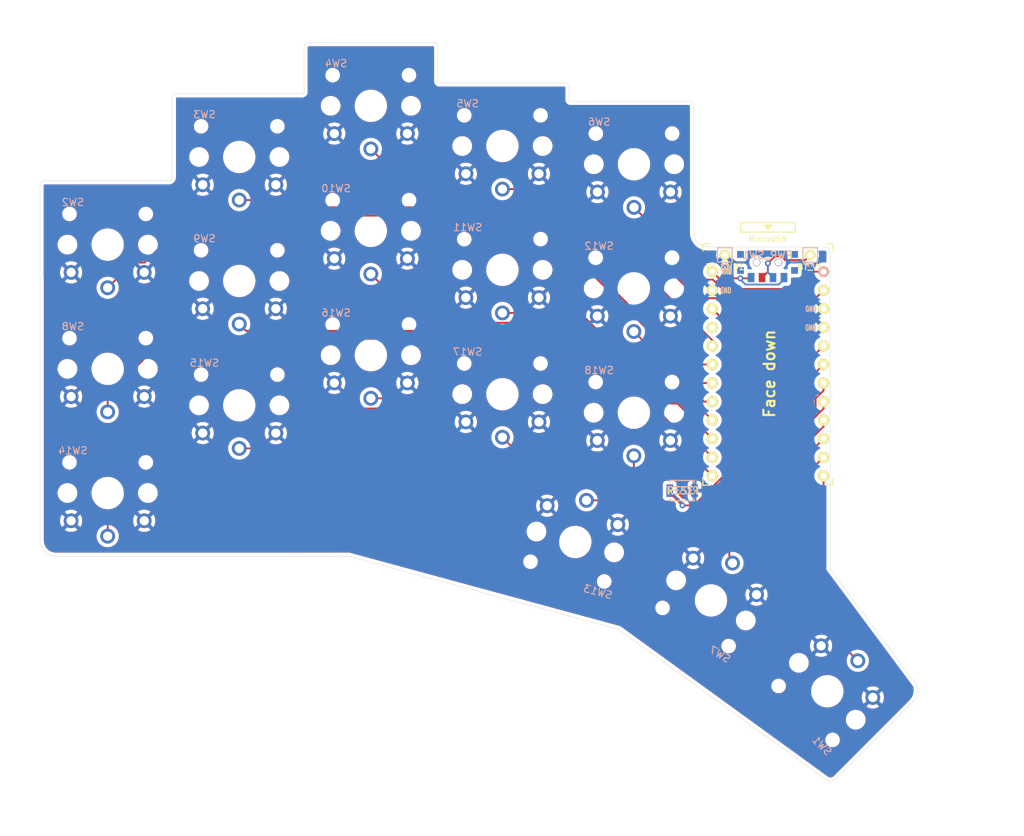
<source format=kicad_pcb>
(kicad_pcb (version 20211014) (generator pcbnew)
  (layers (0 "F.Cu" signal) (31 "B.Cu" signal) (34 "B.Paste" user) (35 "F.Paste" user) (36 "B.SilkS" user "B.Silkscreen") (37 "F.SilkS" user "F.Silkscreen") (38 "B.Mask" user) (39 "F.Mask" user) (44 "Edge.Cuts" user))
  (net 0 "")
  (net 1 "Net-(BT_V1-Pad1)")
  (net 2 "Net-(RSW1-Pad1)")
  (net 3 "GND")
  (net 4 "switch1")
  (net 5 "switch6")
  (net 6 "switch11")
  (net 7 "switch16")
  (net 8 "switch2")
  (net 9 "switch7")
  (net 10 "switch12")
  (net 11 "switch17")
  (net 12 "switch3")
  (net 13 "switch8")
  (net 14 "switch13")
  (net 15 "switch18")
  (net 16 "switch4")
  (net 17 "switch9")
  (net 18 "switch14")
  (net 19 "switch5")
  (net 20 "switch10")
  (net 21 "switch15")
  (net 22 "VCC")
  (net 23 "Net-(PWR_SW1-Pad3)")
  (footprint "kbd:ProMicro_v3_min" (layer "F.Cu") (at 120.711158 67.564)
    (fp_text reference "U1" hide)
    (fp_text value "ProMicro" hide)
    (fp_text user "RAW" (at -5.64 -14.52 unlocked) (layer "B.SilkS") (effects (font (size 0.75 0.5) (thickness 0.125)) (justify mirror)))
    (fp_text user "GND" (at -5.77 -11.88) (layer "B.SilkS") (effects (font (size 0.75 0.5) (thickness 0.125)) (justify mirror)))
    (fp_text user "" (at -1.2065 -16.256) (layer "B.SilkS") (effects (justify mirror)))
    (fp_text user "GND" (at 5.88 -9.35) (layer "B.SilkS") (effects (font (size 0.75 0.5) (thickness 0.125)) (justify mirror)))
    (fp_text user "GND" (at 5.86 -6.77) (layer "B.SilkS") (effects (font (size 0.75 0.5) (thickness 0.125)) (justify mirror)))
    (fp_text user "GND" (at -5.77 -11.91) (layer "F.SilkS") (effects (font (size 0.75 0.5) (thickness 0.125))))
    (fp_text user "GND" (at 5.86 -6.8) (layer "F.SilkS") (effects (font (size 0.75 0.5) (thickness 0.125))))
    (fp_text user "" (at -0.5 -17.25) (layer "F.SilkS"))
    (fp_text user "GND" (at 5.88 -9.38) (layer "F.SilkS") (effects (font (size 0.75 0.5) (thickness 0.125))))
    (fp_text user "MicroUSB" (at -0.05 -18.95) (layer "F.SilkS") (effects (font (size 0.75 0.75) (thickness 0.12))))
    (fp_text user "RAW" (at -5.646009 -14.477575) (layer "F.SilkS") (effects (font (size 0.75 0.5) (thickness 0.125))))
    (fp_line (start 8.9 14.75) (end 7.89 14.75) (layer "F.SilkS") (width 0.15))
    (fp_line (start 0.5 -20.85) (end 0 -20.2) (layer "F.SilkS") (width 0.15))
    (fp_line (start -8.9 14.75) (end -7.9 14.75) (layer "F.SilkS") (width 0.15))
    (fp_line (start -8.9 -18.3) (end -7.9 -18.3) (layer "F.SilkS") (width 0.15))
    (fp_line (start 3.75 -21.2) (end -3.75 -21.2) (layer "F.SilkS") (width 0.15))
    (fp_line (start -0.15 -20.4) (end 0.15 -20.4) (layer "F.SilkS") (width 0.15))
    (fp_line (start -0.5 -20.85) (end 0.5 -20.85) (layer "F.SilkS") (width 0.15))
    (fp_line (start 8.9 -18.3) (end 8.9 -17.3) (layer "F.SilkS") (width 0.15))
    (fp_line (start 3.75 -19.9) (end 3.75 -21.2) (layer "F.SilkS") (width 0.15))
    (fp_line (start 0 -20.2) (end -0.5 -20.85) (layer "F.SilkS") (width 0.15))
    (fp_line (start -8.9 13.7) (end -8.9 14.75) (layer "F.SilkS") (width 0.15))
    (fp_line (start -3.75 -19.9) (end 3.75 -19.9) (layer "F.SilkS") (width 0.15))
    (fp_line (start -0.25 -20.55) (end 0.25 -20.55) (layer "F.SilkS") (width 0.15))
    (fp_line (start 8.9 13.75) (end 8.9 14.75) (layer "F.SilkS") (width 0.15))
    (fp_line (start 8.9 -18.3) (end 7.95 -18.3) (layer "F.SilkS") (width 0.15))
    (fp_line (start -8.9 -18.3) (end -8.9 -17.3) (layer "F.SilkS") (width 0.15))
    (fp_line (start -0.35 -20.7) (end 0.35 -20.7) (layer "F.SilkS") (width 0.15))
    (fp_line (start -3.75 -21.2) (end -3.75 -19.9) (layer "F.SilkS") (width 0.15))
    (pad "1" thru_hole circle locked (at 7.6114 -14.478) (size 1.524 1.524) (drill 0.8128) (layers *.Cu *.SilkS *.Mask) (net 5 "switch6"))
    (pad "2" thru_hole circle locked (at 7.6114 -11.938) (size 1.524 1.524) (drill 0.8128) (layers *.Cu "F.SilkS" "B.Mask") (net 19 "switch5"))
    (pad "3" thru_hole circle locked (at 7.6114 -9.398) (size 1.524 1.524) (drill 0.8128) (layers *.Cu "F.SilkS" "B.Mask") (net 3 "GND"))
    (pad "4" thru_hole circle locked (at 7.6114 -6.858) (size 1.524 1.524) (drill 0.8128) (layers *.Cu "F.SilkS" "B.Mask") (net 3 "GND"))
    (pad "5" thru_hole circle locked (at 7.6114 -4.318) (size 1.524 1.524) (drill 0.8128) (layers *.Cu "F.SilkS" "B.Mask") (net 15 "switch18"))
    (pad "6" thru_hole circle locked (at 7.6114 -1.778) (size 1.524 1.524) (drill 0.8128) (layers *.Cu "F.SilkS" "B.Mask") (net 11 "switch17"))
    (pad "7" thru_hole circle locked (at 7.6114 0.762) (size 1.524 1.524) (drill 0.8128) (layers *.Cu "F.SilkS" "B.Mask") (net 7 "switch16"))
    (pad "8" thru_hole circle locked (at 7.6114 3.302) (size 1.524 1.524) (drill 0.8128) (layers *.Cu "F.SilkS" "B.Mask") (net 21 "switch15"))
    (pad "9" thru_hole circle locked (at 7.6114 5.842) (size 1.524 1.524) (drill 0.8128) (layers *.Cu "F.SilkS" "B.Mask") (net 18 "switch14"))
    (pad "10" thru_hole circle locked (at 7.6114 8.382) (size 1.524 1.524) (drill 0.8128) (layers *.Cu "F.SilkS" "B.Mask") (net 14 "switch13"))
    (pad "11" thru_hole circle locked (at 7.6114 10.922) (size 1.524 1.524) (drill 0.8128) (layers *.Cu "F.SilkS" "B.Mask") (net 9 "switch7"))
    (pad "12" thru_hole circle locked (at 7.6114 13.462) (size 1.524 1.524) (drill 0.8128) (layers *.Cu "F.SilkS" "B.Mask") (net 4 "switch1"))
    (pad "13" thru_hole circle locked (at -7.6086 13.462) (size 1.524 1.524) (drill 0.8128) (layers *.Cu "F.SilkS" "B.Mask") (net 13 "switch8"))
    (pad "14" thru_hole circle locked (at -7.6086 10.922) (size 1.524 1.524) (drill 0.8128) (layers *.Cu "F.SilkS" "B.Mask") (net 17 "switch9"))
    (pad "15" thru_hole circle locked (at -7.6086 8.382) (size 1.524 1.524) (drill 0.8128) (layers *.Cu "F.SilkS" "B.Mask") (net 20 "switch10"))
    (pad "16" thru_hole circle locked (at -7.6086 5.842) (size 1.524 1.524) (drill 0.8128) (layers *.Cu "F.SilkS" "B.Mask") (net 6 "switch11"))
    (pad "17" thru_hole circle locked (at -7.6086 3.302) (size 1.524 1.524) (drill 0.8128) (layers *.Cu "F.SilkS" "B.Mask") (net 10 "switch12"))
    (pad "18" thru_hole circle locked (at -7.6086 0.762) (size 1.524 1.524) (drill 0.8128) (layers *.Cu "F.SilkS" "B.Mask") (net 8 "switch2"))
    (pad "19" thru_hole circle locked (at -7.6086 -1.778) (size 1.524 1.524) (drill 0.8128) (layers *.Cu "F.SilkS" "B.Mask") (net 12 "switch3"))
    (pad "20" thru_hole circle locked (at -7.6086 -4.318) (size 1.524 1.524) (drill 0.8128) (layers *.Cu "F.SilkS" "B.Mask") (net 16 "switch4"))
    (pad "21" thru_hole circle locked (at -7.6086 -6.858) (size 1.524 1.524) (drill 0.8128) (layers *.Cu "F.SilkS" "B.Mask") (net 22 "VCC"))
    (pad "22" thru_hole circle locked (at -7.6086 -9.398) (size 1.524 1.524) (drill 0.8128) (layers *.Cu "F.SilkS" "B.Mask") (net 2 "Net-(RSW1-Pad1)"))
    (pad "23" thru_hole circle locked (at -7.6086 -11.938) (size 1.524 1.524) (drill 0.8128) (layers *.Cu "F.SilkS" "B.Mask") (net 3 "GND"))
    (pad "24" thru_hole circle locked (at -7.6086 -14.478) (size 1.524 1.524) (drill 0.8128) (layers *.Cu "F.SilkS" "B.Mask") (net 23 "Net-(PWR_SW1-Pad3)"))
  )
  (footprint "Exkeylibur:choc_switch_reversible" (layer "F.Cu") (at 66.389158 64.516)
    (fp_text reference "SW16" hide)
    (fp_text value "SW_Push" hide)
    (fp_text user "${REFERENCE}" (at -4.76 -5.8) (layer "B.SilkS") (effects (justify mirror)))
    (pad "" np_thru_hole circle (at 0 0) (size 3.429 3.429) (drill 3.429) (layers *.Cu *.Mask))
    (pad "" np_thru_hole circle (at 5.22 -4.2) (size 0.9906 0.9906) (drill 0.9906) (layers *.Cu *.Mask))
    (pad "" np_thru_hole circle (at 5.5 0) (size 1.7018 1.7018) (drill 1.7018) (layers *.Cu *.Mask))
    (pad "" np_thru_hole circle (at -5.22 -4.2) (size 0.9906 0.9906) (drill 0.9906) (layers *.Cu *.Mask))
    (pad "" np_thru_hole circle (at -5.5 0) (size 1.7018 1.7018) (drill 1.7018) (layers *.Cu *.Mask))
    (pad "1" thru_hole circle (at 0 5.9) (size 2.032 2.032) (drill 1.27) (layers *.Cu *.Mask) (net 7 "switch16"))
    (pad "2" thru_hole circle (at 5 3.8) (size 2.032 2.032) (drill 1.27) (layers *.Cu *.Mask) (net 3 "GND"))
    (pad "2" thru_hole circle (at -5 3.8) (size 2.032 2.032) (drill 1.27) (layers *.Cu *.Mask) (net 3 "GND"))
  )
  (footprint "Exkeylibur:choc_switch_reversible" (layer "F.Cu") (at 112.919158 98.082 150)
    (fp_text reference "SW7" hide)
    (fp_text value "SW_Push" hide)
    (fp_text user "${REFERENCE}" (at -4.76 -5.8 150) (layer "B.SilkS") (effects (justify mirror)))
    (pad "" np_thru_hole circle (at -5.22 -4.2 150) (size 0.9906 0.9906) (drill 0.9906) (layers *.Cu *.Mask))
    (pad "" np_thru_hole circle (at 0 0 150) (size 3.429 3.429) (drill 3.429) (layers *.Cu *.Mask))
    (pad "" np_thru_hole circle (at -5.5 0 150) (size 1.7018 1.7018) (drill 1.7018) (layers *.Cu *.Mask))
    (pad "" np_thru_hole circle (at 5.5 0 150) (size 1.7018 1.7018) (drill 1.7018) (layers *.Cu *.Mask))
    (pad "" np_thru_hole circle (at 5.22 -4.2 150) (size 0.9906 0.9906) (drill 0.9906) (layers *.Cu *.Mask))
    (pad "1" thru_hole circle (at 0 5.9 150) (size 2.032 2.032) (drill 1.27) (layers *.Cu *.Mask) (net 9 "switch7"))
    (pad "2" thru_hole circle (at -5 3.8 150) (size 2.032 2.032) (drill 1.27) (layers *.Cu *.Mask) (net 3 "GND"))
    (pad "2" thru_hole circle (at 5 3.8 150) (size 2.032 2.032) (drill 1.27) (layers *.Cu *.Mask) (net 3 "GND"))
  )
  (footprint "Exkeylibur:choc_switch_reversible" (layer "F.Cu") (at 48.389158 71.374)
    (fp_text reference "SW15" hide)
    (fp_text value "SW_Push" hide)
    (fp_text user "${REFERENCE}" (at -4.76 -5.8) (layer "B.SilkS") (effects (justify mirror)))
    (pad "" np_thru_hole circle (at 5.22 -4.2) (size 0.9906 0.9906) (drill 0.9906) (layers *.Cu *.Mask))
    (pad "" np_thru_hole circle (at -5.22 -4.2) (size 0.9906 0.9906) (drill 0.9906) (layers *.Cu *.Mask))
    (pad "" np_thru_hole circle (at 0 0) (size 3.429 3.429) (drill 3.429) (layers *.Cu *.Mask))
    (pad "" np_thru_hole circle (at -5.5 0) (size 1.7018 1.7018) (drill 1.7018) (layers *.Cu *.Mask))
    (pad "" np_thru_hole circle (at 5.5 0) (size 1.7018 1.7018) (drill 1.7018) (layers *.Cu *.Mask))
    (pad "1" thru_hole circle (at 0 5.9) (size 2.032 2.032) (drill 1.27) (layers *.Cu *.Mask) (net 21 "switch15"))
    (pad "2" thru_hole circle (at 5 3.8) (size 2.032 2.032) (drill 1.27) (layers *.Cu *.Mask) (net 3 "GND"))
    (pad "2" thru_hole circle (at -5 3.8) (size 2.032 2.032) (drill 1.27) (layers *.Cu *.Mask) (net 3 "GND"))
  )
  (footprint "Exkeylibur:choc_switch_reversible" (layer "F.Cu") (at 94.359158 90.082 165)
    (fp_text reference "SW13" hide)
    (fp_text value "SW_Push" hide)
    (fp_text user "${REFERENCE}" (at -4.76 -5.8 165) (layer "B.SilkS") (effects (justify mirror)))
    (pad "" np_thru_hole circle (at -5.22 -4.2 165) (size 0.9906 0.9906) (drill 0.9906) (layers *.Cu *.Mask))
    (pad "" np_thru_hole circle (at 5.5 0 165) (size 1.7018 1.7018) (drill 1.7018) (layers *.Cu *.Mask))
    (pad "" np_thru_hole circle (at 5.22 -4.2 165) (size 0.9906 0.9906) (drill 0.9906) (layers *.Cu *.Mask))
    (pad "" np_thru_hole circle (at -5.5 0 165) (size 1.7018 1.7018) (drill 1.7018) (layers *.Cu *.Mask))
    (pad "" np_thru_hole circle (at 0 0 165) (size 3.429 3.429) (drill 3.429) (layers *.Cu *.Mask))
    (pad "1" thru_hole circle (at 0 5.9 165) (size 2.032 2.032) (drill 1.27) (layers *.Cu *.Mask) (net 14 "switch13"))
    (pad "2" thru_hole circle (at -5 3.8 165) (size 2.032 2.032) (drill 1.27) (layers *.Cu *.Mask) (net 3 "GND"))
    (pad "2" thru_hole circle (at 5 3.8 165) (size 2.032 2.032) (drill 1.27) (layers *.Cu *.Mask) (net 3 "GND"))
  )
  (footprint "Exkeylibur:choc_switch_reversible" (layer "F.Cu") (at 84.389158 69.85)
    (fp_text reference "SW17" hide)
    (fp_text value "SW_Push" hide)
    (fp_text user "${REFERENCE}" (at -4.76 -5.8) (layer "B.SilkS") (effects (justify mirror)))
    (pad "" np_thru_hole circle (at -5.5 0) (size 1.7018 1.7018) (drill 1.7018) (layers *.Cu *.Mask))
    (pad "" np_thru_hole circle (at -5.22 -4.2) (size 0.9906 0.9906) (drill 0.9906) (layers *.Cu *.Mask))
    (pad "" np_thru_hole circle (at 0 0) (size 3.429 3.429) (drill 3.429) (layers *.Cu *.Mask))
    (pad "" np_thru_hole circle (at 5.5 0) (size 1.7018 1.7018) (drill 1.7018) (layers *.Cu *.Mask))
    (pad "" np_thru_hole circle (at 5.22 -4.2) (size 0.9906 0.9906) (drill 0.9906) (layers *.Cu *.Mask))
    (pad "1" thru_hole circle (at 0 5.9) (size 2.032 2.032) (drill 1.27) (layers *.Cu *.Mask) (net 11 "switch17"))
    (pad "2" thru_hole circle (at -5 3.8) (size 2.032 2.032) (drill 1.27) (layers *.Cu *.Mask) (net 3 "GND"))
    (pad "2" thru_hole circle (at 5 3.8) (size 2.032 2.032) (drill 1.27) (layers *.Cu *.Mask) (net 3 "GND"))
  )
  (footprint "Exkeylibur:choc_switch_reversible" (layer "F.Cu") (at 102.369158 72.39)
    (fp_text reference "SW18" hide)
    (fp_text value "SW_Push" hide)
    (fp_text user "${REFERENCE}" (at -4.76 -5.8) (layer "B.SilkS") (effects (justify mirror)))
    (pad "" np_thru_hole circle (at 0 0) (size 3.429 3.429) (drill 3.429) (layers *.Cu *.Mask))
    (pad "" np_thru_hole circle (at 5.22 -4.2) (size 0.9906 0.9906) (drill 0.9906) (layers *.Cu *.Mask))
    (pad "" np_thru_hole circle (at -5.5 0) (size 1.7018 1.7018) (drill 1.7018) (layers *.Cu *.Mask))
    (pad "" np_thru_hole circle (at 5.5 0) (size 1.7018 1.7018) (drill 1.7018) (layers *.Cu *.Mask))
    (pad "" np_thru_hole circle (at -5.22 -4.2) (size 0.9906 0.9906) (drill 0.9906) (layers *.Cu *.Mask))
    (pad "1" thru_hole circle (at 0 5.9) (size 2.032 2.032) (drill 1.27) (layers *.Cu *.Mask) (net 15 "switch18"))
    (pad "2" thru_hole circle (at -5 3.8) (size 2.032 2.032) (drill 1.27) (layers *.Cu *.Mask) (net 3 "GND"))
    (pad "2" thru_hole circle (at 5 3.8) (size 2.032 2.032) (drill 1.27) (layers *.Cu *.Mask) (net 3 "GND"))
  )
  (footprint "Exkeylibur:choc_switch_reversible" (layer "F.Cu") (at 66.389158 30.382)
    (fp_text reference "SW4" hide)
    (fp_text value "SW_Push" hide)
    (fp_text user "${REFERENCE}" (at -4.76 -5.8) (layer "B.SilkS") (effects (justify mirror)))
    (pad "" np_thru_hole circle (at 0 0) (size 3.429 3.429) (drill 3.429) (layers *.Cu *.Mask))
    (pad "" np_thru_hole circle (at -5.22 -4.2) (size 0.9906 0.9906) (drill 0.9906) (layers *.Cu *.Mask))
    (pad "" np_thru_hole circle (at 5.5 0) (size 1.7018 1.7018) (drill 1.7018) (layers *.Cu *.Mask))
    (pad "" np_thru_hole circle (at -5.5 0) (size 1.7018 1.7018) (drill 1.7018) (layers *.Cu *.Mask))
    (pad "" np_thru_hole circle (at 5.22 -4.2) (size 0.9906 0.9906) (drill 0.9906) (layers *.Cu *.Mask))
    (pad "1" thru_hole circle (at 0 5.9) (size 2.032 2.032) (drill 1.27) (layers *.Cu *.Mask) (net 16 "switch4"))
    (pad "2" thru_hole circle (at 5 3.8) (size 2.032 2.032) (drill 1.27) (layers *.Cu *.Mask) (net 3 "GND"))
    (pad "2" thru_hole circle (at -5 3.8) (size 2.032 2.032) (drill 1.27) (layers *.Cu *.Mask) (net 3 "GND"))
  )
  (footprint "Exkeylibur:choc_switch_reversible" (layer "F.Cu") (at 48.389158 37.382)
    (fp_text reference "SW3" hide)
    (fp_text value "SW_Push" hide)
    (fp_text user "${REFERENCE}" (at -4.76 -5.8) (layer "B.SilkS") (effects (justify mirror)))
    (pad "" np_thru_hole circle (at -5.22 -4.2) (size 0.9906 0.9906) (drill 0.9906) (layers *.Cu *.Mask))
    (pad "" np_thru_hole circle (at 5.22 -4.2) (size 0.9906 0.9906) (drill 0.9906) (layers *.Cu *.Mask))
    (pad "" np_thru_hole circle (at 5.5 0) (size 1.7018 1.7018) (drill 1.7018) (layers *.Cu *.Mask))
    (pad "" np_thru_hole circle (at 0 0) (size 3.429 3.429) (drill 3.429) (layers *.Cu *.Mask))
    (pad "" np_thru_hole circle (at -5.5 0) (size 1.7018 1.7018) (drill 1.7018) (layers *.Cu *.Mask))
    (pad "1" thru_hole circle (at 0 5.9) (size 2.032 2.032) (drill 1.27) (layers *.Cu *.Mask) (net 12 "switch3"))
    (pad "2" thru_hole circle (at 5 3.8) (size 2.032 2.032) (drill 1.27) (layers *.Cu *.Mask) (net 3 "GND"))
    (pad "2" thru_hole circle (at -5 3.8) (size 2.032 2.032) (drill 1.27) (layers *.Cu *.Mask) (net 3 "GND"))
  )
  (footprint "Exkeylibur:choc_switch_reversible" (layer "F.Cu") (at 48.389158 54.356)
    (fp_text reference "SW9" hide)
    (fp_text value "SW_Push" hide)
    (fp_text user "${REFERENCE}" (at -4.76 -5.8) (layer "B.SilkS") (effects (justify mirror)))
    (pad "" np_thru_hole circle (at 0 0) (size 3.429 3.429) (drill 3.429) (layers *.Cu *.Mask))
    (pad "" np_thru_hole circle (at 5.22 -4.2) (size 0.9906 0.9906) (drill 0.9906) (layers *.Cu *.Mask))
    (pad "" np_thru_hole circle (at 5.5 0) (size 1.7018 1.7018) (drill 1.7018) (layers *.Cu *.Mask))
    (pad "" np_thru_hole circle (at -5.5 0) (size 1.7018 1.7018) (drill 1.7018) (layers *.Cu *.Mask))
    (pad "" np_thru_hole circle (at -5.22 -4.2) (size 0.9906 0.9906) (drill 0.9906) (layers *.Cu *.Mask))
    (pad "1" thru_hole circle (at 0 5.9) (size 2.032 2.032) (drill 1.27) (layers *.Cu *.Mask) (net 17 "switch9"))
    (pad "2" thru_hole circle (at -5 3.8) (size 2.032 2.032) (drill 1.27) (layers *.Cu *.Mask) (net 3 "GND"))
    (pad "2" thru_hole circle (at 5 3.8) (size 2.032 2.032) (drill 1.27) (layers *.Cu *.Mask) (net 3 "GND"))
  )
  (footprint "Exkeylibur:choc_switch_reversible" (layer "F.Cu") (at 30.389158 83.382)
    (fp_text reference "SW14" hide)
    (fp_text value "SW_Push" hide)
    (fp_text user "${REFERENCE}" (at -4.76 -5.8) (layer "B.SilkS") (effects (justify mirror)))
    (pad "" np_thru_hole circle (at 0 0) (size 3.429 3.429) (drill 3.429) (layers *.Cu *.Mask))
    (pad "" np_thru_hole circle (at 5.5 0) (size 1.7018 1.7018) (drill 1.7018) (layers *.Cu *.Mask))
    (pad "" np_thru_hole circle (at -5.5 0) (size 1.7018 1.7018) (drill 1.7018) (layers *.Cu *.Mask))
    (pad "" np_thru_hole circle (at -5.22 -4.2) (size 0.9906 0.9906) (drill 0.9906) (layers *.Cu *.Mask))
    (pad "" np_thru_hole circle (at 5.22 -4.2) (size 0.9906 0.9906) (drill 0.9906) (layers *.Cu *.Mask))
    (pad "1" thru_hole circle (at 0 5.9) (size 2.032 2.032) (drill 1.27) (layers *.Cu *.Mask) (net 18 "switch14"))
    (pad "2" thru_hole circle (at 5 3.8) (size 2.032 2.032) (drill 1.27) (layers *.Cu *.Mask) (net 3 "GND"))
    (pad "2" thru_hole circle (at -5 3.8) (size 2.032 2.032) (drill 1.27) (layers *.Cu *.Mask) (net 3 "GND"))
  )
  (footprint "Exkeylibur:choc_switch_reversible" (layer "F.Cu") (at 102.369158 55.372)
    (fp_text reference "SW12" hide)
    (fp_text value "SW_Push" hide)
    (fp_text user "${REFERENCE}" (at -4.76 -5.8) (layer "B.SilkS") (effects (justify mirror)))
    (pad "" np_thru_hole circle (at 0 0) (size 3.429 3.429) (drill 3.429) (layers *.Cu *.Mask))
    (pad "" np_thru_hole circle (at 5.5 0) (size 1.7018 1.7018) (drill 1.7018) (layers *.Cu *.Mask))
    (pad "" np_thru_hole circle (at -5.5 0) (size 1.7018 1.7018) (drill 1.7018) (layers *.Cu *.Mask))
    (pad "" np_thru_hole circle (at 5.22 -4.2) (size 0.9906 0.9906) (drill 0.9906) (layers *.Cu *.Mask))
    (pad "" np_thru_hole circle (at -5.22 -4.2) (size 0.9906 0.9906) (drill 0.9906) (layers *.Cu *.Mask))
    (pad "1" thru_hole circle (at 0 5.9) (size 2.032 2.032) (drill 1.27) (layers *.Cu *.Mask) (net 10 "switch12"))
    (pad "2" thru_hole circle (at 5 3.8) (size 2.032 2.032) (drill 1.27) (layers *.Cu *.Mask) (net 3 "GND"))
    (pad "2" thru_hole circle (at -5 3.8) (size 2.032 2.032) (drill 1.27) (layers *.Cu *.Mask) (net 3 "GND"))
  )
  (footprint "Exkeylibur:choc_switch_reversible" (layer "F.Cu") (at 84.389158 52.832)
    (fp_text reference "SW11" hide)
    (fp_text value "SW_Push" hide)
    (fp_text user "${REFERENCE}" (at -4.76 -5.8) (layer "B.SilkS") (effects (justify mirror)))
    (pad "" np_thru_hole circle (at -5.5 0) (size 1.7018 1.7018) (drill 1.7018) (layers *.Cu *.Mask))
    (pad "" np_thru_hole circle (at 0 0) (size 3.429 3.429) (drill 3.429) (layers *.Cu *.Mask))
    (pad "" np_thru_hole circle (at 5.22 -4.2) (size 0.9906 0.9906) (drill 0.9906) (layers *.Cu *.Mask))
    (pad "" np_thru_hole circle (at -5.22 -4.2) (size 0.9906 0.9906) (drill 0.9906) (layers *.Cu *.Mask))
    (pad "" np_thru_hole circle (at 5.5 0) (size 1.7018 1.7018) (drill 1.7018) (layers *.Cu *.Mask))
    (pad "1" thru_hole circle (at 0 5.9) (size 2.032 2.032) (drill 1.27) (layers *.Cu *.Mask) (net 6 "switch11"))
    (pad "2" thru_hole circle (at -5 3.8) (size 2.032 2.032) (drill 1.27) (layers *.Cu *.Mask) (net 3 "GND"))
    (pad "2" thru_hole circle (at 5 3.8) (size 2.032 2.032) (drill 1.27) (layers *.Cu *.Mask) (net 3 "GND"))
  )
  (footprint "Exkeylibur:choc_switch_reversible" (layer "F.Cu") (at 30.389158 66.382)
    (fp_text reference "SW8" hide)
    (fp_text value "SW_Push" hide)
    (fp_text user "${REFERENCE}" (at -4.76 -5.8) (layer "B.SilkS") (effects (justify mirror)))
    (pad "" np_thru_hole circle (at -5.5 0) (size 1.7018 1.7018) (drill 1.7018) (layers *.Cu *.Mask))
    (pad "" np_thru_hole circle (at -5.22 -4.2) (size 0.9906 0.9906) (drill 0.9906) (layers *.Cu *.Mask))
    (pad "" np_thru_hole circle (at 5.5 0) (size 1.7018 1.7018) (drill 1.7018) (layers *.Cu *.Mask))
    (pad "" np_thru_hole circle (at 0 0) (size 3.429 3.429) (drill 3.429) (layers *.Cu *.Mask))
    (pad "" np_thru_hole circle (at 5.22 -4.2) (size 0.9906 0.9906) (drill 0.9906) (layers *.Cu *.Mask))
    (pad "1" thru_hole circle (at 0 5.9) (size 2.032 2.032) (drill 1.27) (layers *.Cu *.Mask) (net 13 "switch8"))
    (pad "2" thru_hole circle (at -5 3.8) (size 2.032 2.032) (drill 1.27) (layers *.Cu *.Mask) (net 3 "GND"))
    (pad "2" thru_hole circle (at 5 3.8) (size 2.032 2.032) (drill 1.27) (layers *.Cu *.Mask) (net 3 "GND"))
  )
  (footprint "Exkeylibur:choc_switch_reversible" (layer "F.Cu") (at 102.389158 38.382)
    (fp_text reference "SW6" hide)
    (fp_text value "SW_Push" hide)
    (fp_text user "${REFERENCE}" (at -4.76 -5.8) (layer "B.SilkS") (effects (justify mirror)))
    (pad "" np_thru_hole circle (at 5.22 -4.2) (size 0.9906 0.9906) (drill 0.9906) (layers *.Cu *.Mask))
    (pad "" np_thru_hole circle (at -5.22 -4.2) (size 0.9906 0.9906) (drill 0.9906) (layers *.Cu *.Mask))
    (pad "" np_thru_hole circle (at 0 0) (size 3.429 3.429) (drill 3.429) (layers *.Cu *.Mask))
    (pad "" np_thru_hole circle (at 5.5 0) (size 1.7018 1.7018) (drill 1.7018) (layers *.Cu *.Mask))
    (pad "" np_thru_hole circle (at -5.5 0) (size 1.7018 1.7018) (drill 1.7018) (layers *.Cu *.Mask))
    (pad "1" thru_hole circle (at 0 5.9) (size 2.032 2.032) (drill 1.27) (layers *.Cu *.Mask) (net 5 "switch6"))
    (pad "2" thru_hole circle (at 5 3.8) (size 2.032 2.032) (drill 1.27) (layers *.Cu *.Mask) (net 3 "GND"))
    (pad "2" thru_hole circle (at -5 3.8) (size 2.032 2.032) (drill 1.27) (layers *.Cu *.Mask) (net 3 "GND"))
  )
  (footprint "Exkeylibur:choc_switch_reversible" (layer "F.Cu") (at 84.389158 35.882)
    (fp_text reference "SW5" hide)
    (fp_text value "SW_Push" hide)
    (fp_text user "${REFERENCE}" (at -4.76 -5.8) (layer "B.SilkS") (effects (justify mirror)))
    (pad "" np_thru_hole circle (at -5.5 0) (size 1.7018 1.7018) (drill 1.7018) (layers *.Cu *.Mask))
    (pad "" np_thru_hole circle (at 5.22 -4.2) (size 0.9906 0.9906) (drill 0.9906) (layers *.Cu *.Mask))
    (pad "" np_thru_hole circle (at -5.22 -4.2) (size 0.9906 0.9906) (drill 0.9906) (layers *.Cu *.Mask))
    (pad "" np_thru_hole circle (at 5.5 0) (size 1.7018 1.7018) (drill 1.7018) (layers *.Cu *.Mask))
    (pad "" np_thru_hole circle (at 0 0) (size 3.429 3.429) (drill 3.429) (layers *.Cu *.Mask))
    (pad "1" thru_hole circle (at 0 5.9) (size 2.032 2.032) (drill 1.27) (layers *.Cu *.Mask) (net 19 "switch5"))
    (pad "2" thru_hole circle (at -5 3.8) (size 2.032 2.032) (drill 1.27) (layers *.Cu *.Mask) (net 3 "GND"))
    (pad "2" thru_hole circle (at 5 3.8) (size 2.032 2.032) (drill 1.27) (layers *.Cu *.Mask) (net 3 "GND"))
  )
  (footprint "Exkeylibur:choc_switch_reversible" (layer "F.Cu") (at 30.389158 49.382)
    (fp_text reference "SW2" hide)
    (fp_text value "SW_Push" hide)
    (fp_text user "${REFERENCE}" (at -4.76 -5.8) (layer "B.SilkS") (effects (justify mirror)))
    (pad "" np_thru_hole circle (at 5.5 0) (size 1.7018 1.7018) (drill 1.7018) (layers *.Cu *.Mask))
    (pad "" np_thru_hole circle (at -5.22 -4.2) (size 0.9906 0.9906) (drill 0.9906) (layers *.Cu *.Mask))
    (pad "" np_thru_hole circle (at -5.5 0) (size 1.7018 1.7018) (drill 1.7018) (layers *.Cu *.Mask))
    (pad "" np_thru_hole circle (at 0 0) (size 3.429 3.429) (drill 3.429) (layers *.Cu *.Mask))
    (pad "" np_thru_hole circle (at 5.22 -4.2) (size 0.9906 0.9906) (drill 0.9906) (layers *.Cu *.Mask))
    (pad "1" thru_hole circle (at 0 5.9) (size 2.032 2.032) (drill 1.27) (layers *.Cu *.Mask) (net 8 "switch2"))
    (pad "2" thru_hole circle (at -5 3.8) (size 2.032 2.032) (drill 1.27) (layers *.Cu *.Mask) (net 3 "GND"))
    (pad "2" thru_hole circle (at 5 3.8) (size 2.032 2.032) (drill 1.27) (layers *.Cu *.Mask) (net 3 "GND"))
  )
  (footprint "Exkeylibur:reset_switch" (layer "F.Cu") (at 108.973158 83.058)
    (fp_text reference "RSW1" hide)
    (fp_text value "SW_Push")
    (fp_text user "RESET" (at 0.127 0) (layer "B.SilkS") (effects (justify mirror)))
    (fp_line (start -1.65 -1.4) (end 1.65 -1.4) (layer "F.SilkS") (width 0.12))
    (fp_line (start -1.65 1.1) (end -1.65 1.4) (layer "F.SilkS") (width 0.12))
    (fp_line (start 1.65 -1.4) (end 1.65 -1.1) (layer "F.SilkS") (width 0.12))
    (fp_line (start 1.65 1.4) (end 1.65 1.1) (layer "F.SilkS") (width 0.12))
    (fp_line (start -1.65 1.4) (end 1.65 1.4) (layer "F.SilkS") (width 0.12))
    (fp_line (start -1.65 -1.1) (end -1.65 -1.4) (layer "F.SilkS") (width 0.12))
    (pad "1" smd rect (at -1.7 0) (size 0.9 1.7) (layers "F.Cu" "F.Paste" "F.Mask") (net 2 "Net-(RSW1-Pad1)"))
    (pad "2" smd rect (at 1.7 0) (size 0.9 1.7) (layers "F.Cu" "F.Paste" "F.Mask") (net 3 "GND"))
  )
  (footprint "Exkeylibur:choc_switch_reversible" (layer "F.Cu") (at 66.389158 47.498)
    (fp_text reference "SW10" hide)
    (fp_text value "SW_Push" hide)
    (fp_text user "${REFERENCE}" (at -4.76 -5.8) (layer "B.SilkS") (effects (justify mirror)))
    (pad "" np_thru_hole circle (at 5.22 -4.2) (size 0.9906 0.9906) (drill 0.9906) (layers *.Cu *.Mask))
    (pad "" np_thru_hole circle (at 0 0) (size 3.429 3.429) (drill 3.429) (layers *.Cu *.Mask))
    (pad "" np_thru_hole circle (at -5.22 -4.2) (size 0.9906 0.9906) (drill 0.9906) (layers *.Cu *.Mask))
    (pad "" np_thru_hole circle (at -5.5 0) (size 1.7018 1.7018) (drill 1.7018) (layers *.Cu *.Mask))
    (pad "" np_thru_hole circle (at 5.5 0) (size 1.7018 1.7018) (drill 1.7018) (layers *.Cu *.Mask))
    (pad "1" thru_hole circle (at 0 5.9) (size 2.032 2.032) (drill 1.27) (layers *.Cu *.Mask) (net 20 "switch10"))
    (pad "2" thru_hole circle (at 5 3.8) (size 2.032 2.032) (drill 1.27) (layers *.Cu *.Mask) (net 3 "GND"))
    (pad "2" thru_hole circle (at -5 3.8) (size 2.032 2.032) (drill 1.27) (layers *.Cu *.Mask) (net 3 "GND"))
  )
  (footprint "Exkeylibur:Bat_MountingHole" (layer "F.Cu") (at 126.499158 50.8)
    (fp_text reference "BT_V1" (at 0 1.651) (layer "F.SilkS") (effects (font (size 0.8128 0.8128))))
    (fp_text value "MountingHole_Pad" hide)
    (fp_text user "**" (at 0 1.651) (layer "B.SilkS") (effects (font (size 0.8128 0.8128)) (justify mirror)))
    (fp_line (start 1 1) (end -1 1) (layer "B.SilkS") (width 0.15))
    (fp_line (start 1 -1) (end 1 1) (layer "B.SilkS") (width 0.15))
    (fp_line (start -1 -1) (end 1 -1) (layer "B.SilkS") (width 0.15))
    (fp_line (start -1 1) (end -1 -1) (layer "B.SilkS") (width 0.15))
    (fp_line (start 1 -1) (end -1 -1) (layer "F.SilkS") (width 0.15))
    (fp_line (start -1 1) (end 1 1) (layer "F.SilkS") (width 0.15))
    (fp_line (start -1 -1) (end -1 1) (layer "F.SilkS") (width 0.15))
    (fp_line (start 1 1) (end 1 -1) (layer "F.SilkS") (width 0.15))
    (pad "1" thru_hole circle (at 0 0) (size 1.397 1.397) (drill 0.8128) (layers *.Cu *.Mask "F.SilkS") (net 1 "Net-(BT_V1-Pad1)"))
  )
  (footprint "Exkeylibur:bat_gnd_mountingHole" (layer "F.Cu") (at 114.815158 50.8)
    (fp_text reference "BT_GND1" (at 0 1.651) (layer "F.SilkS") (effects (font (size 0.8128 0.8128))))
    (fp_text value "MountingHole_Pad" hide)
    (fp_text user "**" (at 0 1.651) (layer "B.SilkS") (effects (font (size 0.8128 0.8128)) (justify mirror)))
    (fp_line (start 1 1) (end -1 1) (layer "B.SilkS") (width 0.15))
    (fp_line (start -1 -1) (end 1 -1) (layer "B.SilkS") (width 0.15))
    (fp_line (start 1 -1) (end 1 1) (layer "B.SilkS") (width 0.15))
    (fp_line (start -1 1) (end -1 -1) (layer "B.SilkS") (width 0.15))
    (fp_line (start 1 -1) (end -1 -1) (layer "F.SilkS") (width 0.15))
    (fp_line (start -1 1) (end 1 1) (layer "F.SilkS") (width 0.15))
    (fp_line (start 1 1) (end 1 -1) (layer "F.SilkS") (width 0.15))
    (fp_line (start -1 -1) (end -1 1) (layer "F.SilkS") (width 0.15))
    (pad "1" thru_hole circle (at 0 0) (size 1.397 1.397) (drill 0.8128) (layers *.Cu *.Mask "F.SilkS") (net 3 "GND"))
  )
  (footprint "Kailh:SPDT_C128955" (layer "F.Cu") (at 120.660425 51.818925)
    (fp_text reference "PWR_SW1" (at 0 -1) (layer "F.SilkS") (effects (justify mirror)))
    (fp_text value "SW_SPDT")
    (pad "" np_thru_hole circle locked (at 1.5 0) (size 1 1) (drill 0.9) (layers *.Cu *.Mask))
    (pad "" np_thru_hole circle locked (at -1.5 0) (size 1 1) (drill 0.9) (layers *.Cu *.Mask))
    (pad "0" smd rect locked (at 3.7 1.1) (size 0.9 0.9) (layers "F.Cu" "F.Paste" "F.Mask"))
    (pad "0" smd rect locked (at -3.7 1.1) (size 0.9 0.9) (layers "F.Cu" "F.Paste" "F.Mask"))
    (pad "0" smd rect locked (at 3.7 -1.1) (size 0.9 0.9) (layers "F.Cu" "F.Paste" "F.Mask"))
    (pad "0" smd rect locked (at -3.7 -1.1) (size 0.9 0.9) (layers "F.Cu" "F.Paste" "F.Mask"))
    (pad "1" smd rect locked (at 2.25 2.075) (size 0.9 1.25) (layers "F.Cu" "F.Paste" "F.Mask"))
    (pad "2" smd rect locked (at -0.75 2.075) (size 0.9 1.25) (layers "F.Cu" "F.Paste" "F.Mask") (net 1 "Net-(BT_V1-Pad1)"))
    (pad "3" smd rect locked (at -2.25 2.075) (size 0.9 1.25) (layers "F.Cu" "F.Paste" "F.Mask") (net 23 "Net-(PWR_SW1-Pad3)"))
  )
  (footprint "Exkeylibur:choc_switch_reversible" (layer "F.Cu") (at 128.833158 110.516425 135)
    (fp_text reference "SW1" hide)
    (fp_text value "SW_Push" hide)
    (fp_text user "${REFERENCE}" (at -4.76 -5.8 135) (layer "B.SilkS") (effects (justify mirror)))
    (pad "" np_thru_hole circle (at -5.5 0 135) (size 1.7018 1.7018) (drill 1.7018) (layers *.Cu *.Mask))
    (pad "" np_thru_hole circle (at 5.22 -4.2 135) (size 0.9906 0.9906) (drill 0.9906) (layers *.Cu *.Mask))
    (pad "" np_thru_hole circle (at 5.5 0 135) (size 1.7018 1.7018) (drill 1.7018) (layers *.Cu *.Mask))
    (pad "" np_thru_hole circle (at -5.22 -4.2 135) (size 0.9906 0.9906) (drill 0.9906) (layers *.Cu *.Mask))
    (pad "" np_thru_hole circle (at 0 0 135) (size 3.429 3.429) (drill 3.429) (layers *.Cu *.Mask))
    (pad "1" thru_hole circle (at 0 5.9 135) (size 2.032 2.032) (drill 1.27) (layers *.Cu *.Mask) (net 4 "switch1"))
    (pad "2" thru_hole circle (at -5 3.8 135) (size 2.032 2.032) (drill 1.27) (layers *.Cu *.Mask) (net 3 "GND"))
    (pad "2" thru_hole circle (at 5 3.8 135) (size 2.032 2.032) (drill 1.27) (layers *.Cu *.Mask) (net 3 "GND"))
  )
  (footprint "Kailh:SPDT_C128955" (layer "B.Cu") (at 120.657158 51.816 180)
    (fp_text reference "PWR_SW1" (at 0 1) (layer "B.SilkS") (effects (justify mirror)))
    (fp_text value "SW_SPDT")
    (pad "" np_thru_hole circle locked (at -1.5 0 180) (size 1 1) (drill 0.9) (layers *.Cu *.Mask))
    (pad "" np_thru_hole circle locked (at 1.5 0 180) (size 1 1) (drill 0.9) (layers *.Cu *.Mask))
    (pad "0" smd rect locked (at -3.7 -1.1 180) (size 0.9 0.9) (layers "B.Cu" "B.Paste" "B.Mask"))
    (pad "0" smd rect locked (at 3.7 1.1 180) (size 0.9 0.9) (layers "B.Cu" "B.Paste" "B.Mask"))
    (pad "0" smd rect locked (at -3.7 1.1 180) (size 0.9 0.9) (layers "B.Cu" "B.Paste" "B.Mask"))
    (pad "0" smd rect locked (at 3.7 -1.1 180) (size 0.9 0.9) (layers "B.Cu" "B.Paste" "B.Mask"))
    (pad "1" smd rect locked (at 2.25 -2.075 180) (size 0.9 1.25) (layers "B.Cu" "B.Paste" "B.Mask"))
    (pad "2" smd rect locked (at -0.75 -2.075 180) (size 0.9 1.25) (layers "B.Cu" "B.Paste" "B.Mask") (net 1 "Net-(BT_V1-Pad1)"))
    (pad "3" smd rect locked (at -2.25 -2.075 180) (size 0.9 1.25) (layers "B.Cu" "B.Paste" "B.Mask") (net 23 "Net-(PWR_SW1-Pad3)"))
  )
  (footprint "Exkeylibur:reset_switch" (layer "B.Cu") (at 108.980425 83.056425)
    (fp_text reference "RSW1" hide)
    (fp_text value "SW_Push")
    (fp_text user "RESET" (at 0.127 0 180) (layer "F.SilkS"))
    (fp_line (start -1.65 -1.4) (end 1.65 -1.4) (layer "B.SilkS") (width 0.12))
    (fp_line (start 1.65 1.4) (end 1.65 1.1) (layer "B.SilkS") (width 0.12))
    (fp_line (start 1.65 -1.4) (end 1.65 -1.1) (layer "B.SilkS") (width 0.12))
    (fp_line (start -1.65 1.1) (end -1.65 1.4) (layer "B.SilkS") (width 0.12))
    (fp_line (start -1.65 -1.1) (end -1.65 -1.4) (layer "B.SilkS") (width 0.12))
    (fp_line (start -1.65 1.4) (end 1.65 1.4) (layer "B.SilkS") (width 0.12))
    (pad "1" smd rect (at -1.7 0) (size 0.9 1.7) (layers "B.Cu" "B.Paste" "B.Mask") (net 2 "Net-(RSW1-Pad1)"))
    (pad "2" smd rect (at 1.7 0) (size 0.9 1.7) (layers "B.Cu" "B.Paste" "B.Mask") (net 3 "GND"))
  )
  (gr_line (start 21.155149 72.787425) (end 21.155149 89.846425) (layer "Edge.Cuts") (width 0.05))
  (gr_line (start 110.531159 47.763999) (end 110.531203 30.439419) (layer "Edge.Cuts") (width 0.05))
  (gr_arc (start 112.56616 49.694917) (mid 111.153692 49.145716) (end 110.531159 47.763999) (layer "Edge.Cuts") (width 0.05))
  (gr_arc (start 128.471158 49.692) (mid 129.001488 49.91167) (end 129.221158 50.442) (layer "Edge.Cuts") (width 0.05))
  (gr_arc (start 23.155149 92.036425) (mid 21.720356 91.338496) (end 21.155149 89.846425) (layer "Edge.Cuts") (width 0.05))
  (gr_arc (start 110.065149 29.758889) (mid 110.403522 30.027009) (end 110.531203 30.439419) (layer "Edge.Cuts") (width 0.05))
  (gr_line (start 112.56616 49.694917) (end 128.471158 49.692) (layer "Edge.Cuts") (width 0.05))
  (gr_line (start 129.221158 58.42) (end 129.221158 66.548) (layer "Edge.Cuts") (width 0.05))
  (gr_line (start 129.221158 50.442) (end 129.221158 58.42) (layer "Edge.Cuts") (width 0.05))
  (gr_line (start 21.135144 41.101425) (end 21.135153 53.991425) (layer "Edge.Cuts") (width 0.05))
  (gr_line (start 129.221158 66.548) (end 129.221158 88.656425) (layer "Edge.Cuts") (width 0.05))
  (gr_line (start 21.155149 53.991425) (end 21.155149 72.787425) (layer "Edge.Cuts") (width 0.05))
  (gr_line (start 93.505149 27.616425) (end 93.505149 29.566425) (layer "Edge.Cuts") (width 0.05))
  (gr_arc (start 39.235149 40.106425) (mid 39.137421 40.437582) (end 38.855149 40.636425) (layer "Edge.Cuts") (width 0.05))
  (gr_line (start 57.765149 21.726161) (end 75.102303 21.726161) (layer "Edge.Cuts") (width 0.05))
  (gr_line (start 39.105149 92.046425) (end 23.155149 92.036425) (layer "Edge.Cuts") (width 0.05))
  (gr_arc (start 57.245149 22.296425) (mid 57.393705 21.909672) (end 57.765149 21.726161) (layer "Edge.Cuts") (width 0.05))
  (gr_arc (start 21.135144 41.101425) (mid 21.32982 40.768906) (end 21.695149 40.646425) (layer "Edge.Cuts") (width 0.05))
  (gr_arc (start 93.065149 27.246425) (mid 93.347995 27.356689) (end 93.505149 27.616425) (layer "Edge.Cuts") (width 0.05))
  (gr_arc (start 39.235149 29.256425) (mid 39.367789 28.903823) (end 39.705149 28.736161) (layer "Edge.Cuts") (width 0.05))
  (gr_line (start 63.355149 92.026425) (end 100.295149 102.056425) (layer "Edge.Cuts") (width 0.05))
  (gr_line (start 39.705149 28.736161) (end 57.035149 28.726425) (layer "Edge.Cuts") (width 0.05))
  (gr_arc (start 57.245149 28.436425) (mid 57.199564 28.62445) (end 57.035149 28.726425) (layer "Edge.Cuts") (width 0.05))
  (gr_line (start 130.105149 122.456425) (end 140.425149 112.106425) (layer "Edge.Cuts") (width 0.05))
  (gr_arc (start 75.745149 27.246425) (mid 75.613541 27.171528) (end 75.545149 27.036425) (layer "Edge.Cuts") (width 0.05))
  (gr_line (start 129.221158 88.656425) (end 129.221158 93.736425) (layer "Edge.Cuts") (width 0.05))
  (gr_line (start 39.105149 92.046425) (end 63.355149 92.026425) (layer "Edge.Cuts") (width 0.05))
  (gr_line (start 39.235149 29.256425) (end 39.235149 40.106425) (layer "Edge.Cuts") (width 0.05))
  (gr_line (start 100.295149 102.056425) (end 128.575149 122.576425) (layer "Edge.Cuts") (width 0.05))
  (gr_line (start 21.695149 40.646425) (end 38.835149 40.636425) (layer "Edge.Cuts") (width 0.05))
  (gr_arc (start 141.045149 109.646425) (mid 141.075588 110.957577) (end 140.425149 112.096425) (layer "Edge.Cuts") (width 0.05))
  (gr_line (start 75.545149 22.116425) (end 75.545149 27.036425) (layer "Edge.Cuts") (width 0.05))
  (gr_line (start 57.245149 22.296425) (end 57.245149 28.436425) (layer "Edge.Cuts") (width 0.05))
  (gr_line (start 75.745149 27.246425) (end 93.065149 27.246425) (layer "Edge.Cuts") (width 0.05))
  (gr_arc (start 130.115149 122.446425) (mid 129.370146 122.807542) (end 128.575149 122.576425) (layer "Edge.Cuts") (width 0.05))
  (gr_arc (start 93.655149 29.756425) (mid 93.54837 29.686514) (end 93.505149 29.566425) (layer "Edge.Cuts") (width 0.05))
  (gr_arc (start 75.102303 21.726161) (mid 75.392546 21.8432) (end 75.545149 22.116425) (layer "Edge.Cuts") (width 0.05))
  (gr_line (start 129.221158 93.736425) (end 141.045149 109.646425) (layer "Edge.Cuts") (width 0.05))
  (gr_line (start 93.655149 29.758889) (end 110.065149 29.758889) (layer "Edge.Cuts") (width 0.05))
  (gr_text "Face down" (at 120.911158 67.056 90) (layer "F.SilkS") (effects (font (size 1.5 1.5) (thickness 0.3))))
  (segment (start 125.800658 51.4985) (end 123.04835 51.4985) (width 0.25) (layer "F.Cu") (net 1))
  (segment (start 126.499158 50.8) (end 125.800658 51.4985) (width 0.25) (layer "F.Cu") (net 1))
  (segment (start 123.04835 51.4985) (end 122.541329 50.991479) (width 0.25) (layer "F.Cu") (net 1))
  (segment (start 121.252732 51.394118) (end 120.710425 51.936425) (width 0.25) (layer "F.Cu") (net 1))
  (segment (start 120.710425 51.936425) (end 120.700425 51.936425) (width 0.25) (layer "F.Cu") (net 1))
  (segment (start 120.700425 51.936425) (end 120.700425 53.103925) (width 0.25) (layer "F.Cu") (net 1))
  (segment (start 121.655371 50.991479) (end 121.252732 51.394118) (width 0.25) (layer "F.Cu") (net 1))
  (segment (start 122.541329 50.991479) (end 121.655371 50.991479) (width 0.25) (layer "F.Cu") (net 1))
  (segment (start 120.700425 53.103925) (end 119.910425 53.893925) (width 0.25) (layer "F.Cu") (net 1))
  (via (at 120.700425 51.936425) (size 0.8) (drill 0.4) (layers "F.Cu" "B.Cu") (net 1))
  (segment (start 120.700425 51.936425) (end 120.700425 53.184267) (width 0.25) (layer "B.Cu") (net 1))
  (segment (start 120.700425 53.184267) (end 121.407158 53.891) (width 0.25) (layer "B.Cu") (net 1))
  (segment (start 114.730425 80.934693) (end 110.588693 85.076425) (width 0.25) (layer "F.Cu") (net 2))
  (segment (start 107.57885 83.058) (end 107.273158 83.058) (width 0.25) (layer "F.Cu") (net 2))
  (segment (start 110.588693 85.076425) (end 109.020425 85.076425) (width 0.25) (layer "F.Cu") (net 2))
  (segment (start 114.730425 59.793867) (end 114.730425 60.066425) (width 0.25) (layer "F.Cu") (net 2))
  (segment (start 114.730425 78.394693) (end 114.730425 80.934693) (width 0.25) (layer "F.Cu") (net 2))
  (segment (start 107.273158 83.329158) (end 107.273158 83.058) (width 0.25) (layer "F.Cu") (net 2))
  (segment (start 113.102558 58.166) (end 114.730425 59.793867) (width 0.25) (layer "F.Cu") (net 2))
  (segment (start 109.020425 85.076425) (end 107.273158 83.329158) (width 0.25) (layer "F.Cu") (net 2))
  (segment (start 114.730425 60.066425) (end 114.730425 78.394693) (width 0.25) (layer "F.Cu") (net 2))
  (via (at 109.020425 85.076425) (size 0.8) (drill 0.4) (layers "F.Cu" "B.Cu") (net 2))
  (segment (start 109.020425 84.796425) (end 107.280425 83.056425) (width 0.25) (layer "B.Cu") (net 2))
  (segment (start 109.020425 85.076425) (end 109.020425 84.796425) (width 0.25) (layer "B.Cu") (net 2))
  (segment (start 128.322558 81.026) (end 128.322558 101.661965) (width 0.25) (layer "F.Cu") (net 4))
  (segment (start 128.322558 101.661965) (end 133.005088 106.344495) (width 0.25) (layer "F.Cu") (net 4))
  (segment (start 126.25085 53.086) (end 123.890425 55.446425) (width 0.25) (layer "F.Cu") (net 5))
  (segment (start 112.279669 54.172511) (end 102.389158 44.282) (width 0.25) (layer "F.Cu") (net 5))
  (segment (start 114.459543 55.446425) (end 113.185629 54.172511) (width 0.25) (layer "F.Cu") (net 5))
  (segment (start 128.322558 53.086) (end 126.25085 53.086) (width 0.25) (layer "F.Cu") (net 5))
  (segment (start 113.185629 54.172511) (end 112.279669 54.172511) (width 0.25) (layer "F.Cu") (net 5))
  (segment (start 123.890425 55.446425) (end 114.459543 55.446425) (width 0.25) (layer "F.Cu") (net 5))
  (segment (start 106.307813 70.006425) (end 109.702983 70.006425) (width 0.25) (layer "F.Cu") (net 6))
  (segment (start 109.702983 70.006425) (end 113.102558 73.406) (width 0.25) (layer "F.Cu") (net 6))
  (segment (start 95.033388 58.732) (end 84.389158 58.732) (width 0.25) (layer "F.Cu") (net 6))
  (segment (start 106.307813 70.006425) (end 95.033388 58.732) (width 0.25) (layer "F.Cu") (net 6))
  (segment (start 127.236047 71.840803) (end 111.240425 87.836425) (width 0.25) (layer "F.Cu") (net 7))
  (segment (start 127.887361 69.779489) (end 127.872509 69.779489) (width 0.25) (layer "F.Cu") (net 7))
  (segment (start 73.620425 70.396425) (end 73.60085 70.416) (width 0.25) (layer "F.Cu") (net 7))
  (segment (start 73.60085 70.416) (end 66.389158 70.416) (width 0.25) (layer "F.Cu") (net 7))
  (segment (start 98.530425 78.686425) (end 81.910425 78.686425) (width 0.25) (layer "F.Cu") (net 7))
  (segment (start 128.322558 68.326) (end 128.322558 69.344292) (width 0.25) (layer "F.Cu") (net 7))
  (segment (start 81.910425 78.686425) (end 73.620425 70.396425) (width 0.25) (layer "F.Cu") (net 7))
  (segment (start 107.680425 87.836425) (end 98.530425 78.686425) (width 0.25) (layer "F.Cu") (net 7))
  (segment (start 128.322558 69.344292) (end 127.887361 69.779489) (width 0.25) (layer "F.Cu") (net 7))
  (segment (start 111.240425 87.836425) (end 107.680425 87.836425) (width 0.25) (layer "F.Cu") (net 7))
  (segment (start 127.872509 69.779489) (end 127.236047 70.415951) (width 0.25) (layer "F.Cu") (net 7))
  (segment (start 127.236047 70.415951) (end 127.236047 71.840803) (width 0.25) (layer "F.Cu") (net 7))
  (segment (start 113.102558 68.326) (end 111.556166 68.326) (width 0.25) (layer "F.Cu") (net 8))
  (segment (start 33.829669 51.841489) (end 30.389158 55.282) (width 0.25) (layer "F.Cu") (net 8))
  (segment (start 88.639145 45.408979) (end 41.862935 45.408979) (width 0.25) (layer "F.Cu") (net 8))
  (segment (start 111.556166 68.326) (end 88.639145 45.408979) (width 0.25) (layer "F.Cu") (net 8))
  (segment (start 35.430425 51.841489) (end 33.829669 51.841489) (width 0.25) (layer "F.Cu") (net 8))
  (segment (start 41.862935 45.408979) (end 35.430425 51.841489) (width 0.25) (layer "F.Cu") (net 8))
  (segment (start 115.430425 91.378133) (end 115.430425 91.996425) (width 0.25) (layer "F.Cu") (net 9))
  (segment (start 128.322558 78.486) (end 115.430425 91.378133) (width 0.25) (layer "F.Cu") (net 9))
  (segment (start 113.102558 70.866) (end 111.963158 70.866) (width 0.25) (layer "F.Cu") (net 10))
  (segment (start 111.963158 70.866) (end 102.369158 61.272) (width 0.25) (layer "F.Cu") (net 10))
  (segment (start 98.460425 77.806425) (end 86.445583 77.806425) (width 0.25) (layer "F.Cu") (net 11))
  (segment (start 86.445583 77.806425) (end 84.389158 75.75) (width 0.25) (layer "F.Cu") (net 11))
  (segment (start 125.770425 68.338133) (end 125.770425 72.426425) (width 0.25) (layer "F.Cu") (net 11))
  (segment (start 128.322558 65.786) (end 125.770425 68.338133) (width 0.25) (layer "F.Cu") (net 11))
  (segment (start 107.860425 87.206425) (end 98.460425 77.806425) (width 0.25) (layer "F.Cu") (net 11))
  (segment (start 125.770425 72.426425) (end 110.990425 87.206425) (width 0.25) (layer "F.Cu") (net 11))
  (segment (start 110.990425 87.206425) (end 107.860425 87.206425) (width 0.25) (layer "F.Cu") (net 11))
  (segment (start 50.626 43.282) (end 48.389158 43.282) (width 0.25) (layer "F.Cu") (net 12))
  (segment (start 51.620425 44.276425) (end 50.626 43.282) (width 0.25) (layer "F.Cu") (net 12))
  (segment (start 88.31926 44.276425) (end 51.620425 44.276425) (width 0.25) (layer "F.Cu") (net 12))
  (segment (start 109.828835 65.786) (end 88.31926 44.276425) (width 0.25) (layer "F.Cu") (net 12))
  (segment (start 113.102558 65.786) (end 109.828835 65.786) (width 0.25) (layer "F.Cu") (net 12))
  (segment (start 110.650425 77.111497) (end 95.805353 62.266425) (width 0.25) (layer "F.Cu") (net 13))
  (segment (start 113.102558 81.026) (end 110.650425 78.573867) (width 0.25) (layer "F.Cu") (net 13))
  (segment (start 110.650425 78.573867) (end 110.650425 77.111497) (width 0.25) (layer "F.Cu") (net 13))
  (segment (start 38.140425 62.266425) (end 30.389158 70.017692) (width 0.25) (layer "F.Cu") (net 13))
  (segment (start 30.389158 70.017692) (end 30.389158 72.282) (width 0.25) (layer "F.Cu") (net 13))
  (segment (start 95.805353 62.266425) (end 38.140425 62.266425) (width 0.25) (layer "F.Cu") (net 13))
  (segment (start 114.752133 89.516425) (end 105.940425 89.516425) (width 0.25) (layer "F.Cu") (net 14))
  (segment (start 128.322558 75.946) (end 114.752133 89.516425) (width 0.25) (layer "F.Cu") (net 14))
  (segment (start 100.807038 84.383038) (end 95.88619 84.383038) (width 0.25) (layer "F.Cu") (net 14))
  (segment (start 105.940425 89.516425) (end 100.807038 84.383038) (width 0.25) (layer "F.Cu") (net 14))
  (segment (start 107.990425 86.556425) (end 102.369158 80.935158) (width 0.25) (layer "F.Cu") (net 15))
  (segment (start 110.800425 86.556425) (end 107.990425 86.556425) (width 0.25) (layer "F.Cu") (net 15))
  (segment (start 102.369158 80.935158) (end 102.369158 78.29) (width 0.25) (layer "F.Cu") (net 15))
  (segment (start 124.280425 73.076425) (end 110.800425 86.556425) (width 0.25) (layer "F.Cu") (net 15))
  (segment (start 128.322558 63.246) (end 124.280425 67.288133) (width 0.25) (layer "F.Cu") (net 15))
  (segment (start 124.280425 67.288133) (end 124.280425 73.076425) (width 0.25) (layer "F.Cu") (net 15))
  (segment (start 66.389158 36.282) (end 73.843583 43.736425) (width 0.25) (layer "F.Cu") (net 16))
  (segment (start 73.843583 43.736425) (end 94.364707 43.736425) (width 0.25) (layer "F.Cu") (net 16))
  (segment (start 94.364707 43.736425) (end 113.102558 62.474276) (width 0.25) (layer "F.Cu") (net 16))
  (segment (start 113.102558 62.474276) (end 113.102558 63.246) (width 0.25) (layer "F.Cu") (net 16))
  (segment (start 110.150425 72.938259) (end 108.340171 71.128005) (width 0.25) (layer "F.Cu") (net 17))
  (segment (start 108.340171 71.128005) (end 105.896287 71.128005) (width 0.25) (layer "F.Cu") (net 17))
  (segment (start 113.102558 78.486) (end 110.150425 75.533867) (width 0.25) (layer "F.Cu") (net 17))
  (segment (start 110.150425 75.533867) (end 110.150425 72.938259) (width 0.25) (layer "F.Cu") (net 17))
  (segment (start 105.896287 71.128005) (end 95.954103 61.185821) (width 0.25) (layer "F.Cu") (net 17))
  (segment (start 95.954103 61.185821) (end 49.318979 61.185821) (width 0.25) (layer "F.Cu") (net 17))
  (segment (start 49.318979 61.185821) (end 48.389158 60.256) (width 0.25) (layer "F.Cu") (net 17))
  (segment (start 106.670425 89.026425) (end 113.580425 89.026425) (width 0.25) (layer "F.Cu") (net 18))
  (segment (start 97.229465 79.585465) (end 106.670425 89.026425) (width 0.25) (layer "F.Cu") (net 18))
  (segment (start 113.580425 89.026425) (end 128.322558 74.284292) (width 0.25) (layer "F.Cu") (net 18))
  (segment (start 59.750425 72.696425) (end 72.980425 72.696425) (width 0.25) (layer "F.Cu") (net 18))
  (segment (start 38.040425 79.046425) (end 53.400425 79.046425) (width 0.25) (layer "F.Cu") (net 18))
  (segment (start 79.869465 79.585465) (end 97.229465 79.585465) (width 0.25) (layer "F.Cu") (net 18))
  (segment (start 30.389158 86.697692) (end 38.040425 79.046425) (width 0.25) (layer "F.Cu") (net 18))
  (segment (start 53.400425 79.046425) (end 59.750425 72.696425) (width 0.25) (layer "F.Cu") (net 18))
  (segment (start 72.980425 72.696425) (end 79.869465 79.585465) (width 0.25) (layer "F.Cu") (net 18))
  (segment (start 128.322558 74.284292) (end 128.322558 73.406) (width 0.25) (layer "F.Cu") (net 18))
  (segment (start 30.389158 89.282) (end 30.389158 86.697692) (width 0.25) (layer "F.Cu") (net 18))
  (segment (start 93.046 41.782) (end 84.389158 41.782) (width 0.25) (layer "F.Cu") (net 19))
  (segment (start 98.220425 43.896425) (end 95.160425 43.896425) (width 0.25) (layer "F.Cu") (net 19))
  (segment (start 95.160425 43.896425) (end 93.046 41.782) (width 0.25) (layer "F.Cu") (net 19))
  (segment (start 111.036511 56.712511) (end 98.220425 43.896425) (width 0.25) (layer "F.Cu") (net 19))
  (segment (start 128.322558 55.626) (end 127.236047 56.712511) (width 0.25) (layer "F.Cu") (net 19))
  (segment (start 127.236047 56.712511) (end 111.036511 56.712511) (width 0.25) (layer "F.Cu") (net 19))
  (segment (start 73.063669 60.072511) (end 66.389158 53.398) (width 0.25) (layer "F.Cu") (net 20))
  (segment (start 108.676423 70.516425) (end 111.480425 73.320427) (width 0.25) (layer "F.Cu") (net 20))
  (segment (start 113.102558 75.946) (end 111.480425 74.323867) (width 0.25) (layer "F.Cu") (net 20))
  (segment (start 105.920425 70.516425) (end 95.476511 60.072511) (width 0.25) (layer "F.Cu") (net 20))
  (segment (start 113.102558 75.890392) (end 113.102558 75.946) (width 0.25) (layer "F.Cu") (net 20))
  (segment (start 95.476511 60.072511) (end 73.063669 60.072511) (width 0.25) (layer "F.Cu") (net 20))
  (segment (start 111.480425 74.323867) (end 111.480425 73.320427) (width 0.25) (layer "F.Cu") (net 20))
  (segment (start 105.920425 70.516425) (end 108.676423 70.516425) (width 0.25) (layer "F.Cu") (net 20))
  (segment (start 80.889945 79.135945) (end 73.560425 71.806425) (width 0.25) (layer "F.Cu") (net 21))
  (segment (start 53.70285 77.274) (end 48.389158 77.274) (width 0.25) (layer "F.Cu") (net 21))
  (segment (start 128.322558 71.824292) (end 111.720425 88.426425) (width 0.25) (layer "F.Cu") (net 21))
  (segment (start 111.720425 88.426425) (end 107.180425 88.426425) (width 0.25) (layer "F.Cu") (net 21))
  (segment (start 73.560425 71.806425) (end 59.170425 71.806425) (width 0.25) (layer "F.Cu") (net 21))
  (segment (start 128.322558 70.866) (end 128.322558 71.824292) (width 0.25) (layer "F.Cu") (net 21))
  (segment (start 59.170425 71.806425) (end 53.70285 77.274) (width 0.25) (layer "F.Cu") (net 21))
  (segment (start 97.889945 79.135945) (end 80.889945 79.135945) (width 0.25) (layer "F.Cu") (net 21))
  (segment (start 107.180425 88.426425) (end 97.889945 79.135945) (width 0.25) (layer "F.Cu") (net 21))
  (segment (start 113.102558 53.086) (end 114.012983 53.996425) (width 0.25) (layer "F.Cu") (net 23))
  (segment (start 116.940425 53.996425) (end 118.307925 53.996425) (width 0.25) (layer "F.Cu") (net 23))
  (segment (start 114.012983 53.996425) (end 116.940425 53.996425) (width 0.25) (layer "F.Cu") (net 23))
  (segment (start 118.307925 53.996425) (end 118.410425 53.893925) (width 0.25) (layer "F.Cu") (net 23))
  (via (at 116.940425 53.996425) (size 0.8) (drill 0.4) (layers "F.Cu" "B.Cu") (net 23))
  (segment (start 122.186339 54.840511) (end 122.907158 54.119692) (width 0.25) (layer "B.Cu") (net 23))
  (segment (start 116.940425 54.148289) (end 117.632647 54.840511) (width 0.25) (layer "B.Cu") (net 23))
  (segment (start 117.632647 54.840511) (end 122.186339 54.840511) (width 0.25) (layer "B.Cu") (net 23))
  (segment (start 122.907158 54.119692) (end 122.907158 53.891) (width 0.25) (layer "B.Cu") (net 23))
  (segment (start 116.940425 53.996425) (end 116.940425 54.148289) (width 0.25) (layer "B.Cu") (net 23))
  (zone (net 3) (net_name "GND") (layer "F.Cu") (connect_pads (clearance 0.508)) (min_thickness 0.254) (fill yes (thermal_gap 0.508) (thermal_bridge_width 0.508))
    (polygon (pts (xy 149.330425 125.326425) (xy 18.400425 122.976425) (xy 20.250425 19.076425) (xy 149.670425 18.906425)))
  )
  (zone (net 3) (net_name "GND") (layer "B.Cu") (connect_pads (clearance 0.508)) (min_thickness 0.254) (fill yes (thermal_gap 0.508) (thermal_bridge_width 0.508))
    (polygon (pts (xy 153.680425 130.356425) (xy 15.860425 130.146425) (xy 15.660425 16.106425) (xy 155.760425 15.896425)))
  )
)
</source>
